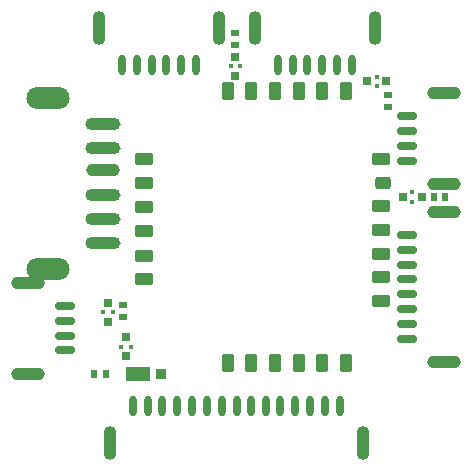
<source format=gbp>
G04 Layer_Color=128*
%FSLAX42Y42*%
%MOMM*%
G71*
G01*
G75*
%ADD47R,0.46X0.46*%
%ADD50R,0.46X0.46*%
G04:AMPARAMS|DCode=51|XSize=2.87mm|YSize=1.07mm|CornerRadius=0.53mm|HoleSize=0mm|Usage=FLASHONLY|Rotation=90.000|XOffset=0mm|YOffset=0mm|HoleType=Round|Shape=RoundedRectangle|*
%AMROUNDEDRECTD51*
21,1,2.87,0.00,0,0,90.0*
21,1,1.80,1.07,0,0,90.0*
1,1,1.07,0.00,0.90*
1,1,1.07,0.00,-0.90*
1,1,1.07,0.00,-0.90*
1,1,1.07,0.00,0.90*
%
%ADD51ROUNDEDRECTD51*%
G04:AMPARAMS|DCode=52|XSize=0.66mm|YSize=1.75mm|CornerRadius=0.33mm|HoleSize=0mm|Usage=FLASHONLY|Rotation=180.000|XOffset=0mm|YOffset=0mm|HoleType=Round|Shape=RoundedRectangle|*
%AMROUNDEDRECTD52*
21,1,0.66,1.09,0,0,180.0*
21,1,0.00,1.75,0,0,180.0*
1,1,0.66,0.00,0.55*
1,1,0.66,0.00,0.55*
1,1,0.66,0.00,-0.55*
1,1,0.66,0.00,-0.55*
%
%ADD52ROUNDEDRECTD52*%
%ADD53R,2.06X1.17*%
%ADD54R,0.86X0.86*%
%ADD55R,0.66X0.56*%
%ADD56R,0.66X0.66*%
G04:AMPARAMS|DCode=57|XSize=0.66mm|YSize=1.75mm|CornerRadius=0.33mm|HoleSize=0mm|Usage=FLASHONLY|Rotation=270.000|XOffset=0mm|YOffset=0mm|HoleType=Round|Shape=RoundedRectangle|*
%AMROUNDEDRECTD57*
21,1,0.66,1.09,0,0,270.0*
21,1,0.00,1.75,0,0,270.0*
1,1,0.66,-0.55,0.00*
1,1,0.66,-0.55,0.00*
1,1,0.66,0.55,0.00*
1,1,0.66,0.55,0.00*
%
%ADD57ROUNDEDRECTD57*%
G04:AMPARAMS|DCode=58|XSize=2.87mm|YSize=1.07mm|CornerRadius=0.53mm|HoleSize=0mm|Usage=FLASHONLY|Rotation=180.000|XOffset=0mm|YOffset=0mm|HoleType=Round|Shape=RoundedRectangle|*
%AMROUNDEDRECTD58*
21,1,2.87,0.00,0,0,180.0*
21,1,1.80,1.07,0,0,180.0*
1,1,1.07,-0.90,0.00*
1,1,1.07,0.90,0.00*
1,1,1.07,0.90,0.00*
1,1,1.07,-0.90,0.00*
%
%ADD58ROUNDEDRECTD58*%
G04:AMPARAMS|DCode=59|XSize=3.66mm|YSize=1.85mm|CornerRadius=0.93mm|HoleSize=0mm|Usage=FLASHONLY|Rotation=0.000|XOffset=0mm|YOffset=0mm|HoleType=Round|Shape=RoundedRectangle|*
%AMROUNDEDRECTD59*
21,1,3.66,0.00,0,0,0.0*
21,1,1.80,1.85,0,0,0.0*
1,1,1.85,0.90,0.00*
1,1,1.85,-0.90,0.00*
1,1,1.85,-0.90,0.00*
1,1,1.85,0.90,0.00*
%
%ADD59ROUNDEDRECTD59*%
G04:AMPARAMS|DCode=60|XSize=1.07mm|YSize=2.97mm|CornerRadius=0.53mm|HoleSize=0mm|Usage=FLASHONLY|Rotation=90.000|XOffset=0mm|YOffset=0mm|HoleType=Round|Shape=RoundedRectangle|*
%AMROUNDEDRECTD60*
21,1,1.07,1.91,0,0,90.0*
21,1,0.00,2.97,0,0,90.0*
1,1,1.07,0.95,0.00*
1,1,1.07,0.95,0.00*
1,1,1.07,-0.95,0.00*
1,1,1.07,-0.95,0.00*
%
%ADD60ROUNDEDRECTD60*%
G04:AMPARAMS|DCode=61|XSize=1.07mm|YSize=2.85mm|CornerRadius=0.53mm|HoleSize=0mm|Usage=FLASHONLY|Rotation=90.000|XOffset=0mm|YOffset=0mm|HoleType=Round|Shape=RoundedRectangle|*
%AMROUNDEDRECTD61*
21,1,1.07,1.78,0,0,90.0*
21,1,0.00,2.85,0,0,90.0*
1,1,1.07,0.89,0.00*
1,1,1.07,0.89,0.00*
1,1,1.07,-0.89,0.00*
1,1,1.07,-0.89,0.00*
%
%ADD61ROUNDEDRECTD61*%
G04:AMPARAMS|DCode=62|XSize=1.55mm|YSize=1.07mm|CornerRadius=0.28mm|HoleSize=0mm|Usage=FLASHONLY|Rotation=180.000|XOffset=0mm|YOffset=0mm|HoleType=Round|Shape=RoundedRectangle|*
%AMROUNDEDRECTD62*
21,1,1.55,0.51,0,0,180.0*
21,1,0.99,1.07,0,0,180.0*
1,1,0.56,-0.50,0.25*
1,1,0.56,0.50,0.25*
1,1,0.56,0.50,-0.25*
1,1,0.56,-0.50,-0.25*
%
%ADD62ROUNDEDRECTD62*%
G04:AMPARAMS|DCode=63|XSize=1.35mm|YSize=1.07mm|CornerRadius=0.28mm|HoleSize=0mm|Usage=FLASHONLY|Rotation=180.000|XOffset=0mm|YOffset=0mm|HoleType=Round|Shape=RoundedRectangle|*
%AMROUNDEDRECTD63*
21,1,1.35,0.51,0,0,180.0*
21,1,0.79,1.07,0,0,180.0*
1,1,0.56,-0.40,0.25*
1,1,0.56,0.40,0.25*
1,1,0.56,0.40,-0.25*
1,1,0.56,-0.40,-0.25*
%
%ADD63ROUNDEDRECTD63*%
G04:AMPARAMS|DCode=64|XSize=1.55mm|YSize=1.07mm|CornerRadius=0.28mm|HoleSize=0mm|Usage=FLASHONLY|Rotation=90.000|XOffset=0mm|YOffset=0mm|HoleType=Round|Shape=RoundedRectangle|*
%AMROUNDEDRECTD64*
21,1,1.55,0.51,0,0,90.0*
21,1,0.99,1.07,0,0,90.0*
1,1,0.56,0.25,0.50*
1,1,0.56,0.25,-0.50*
1,1,0.56,-0.25,-0.50*
1,1,0.56,-0.25,0.50*
%
%ADD64ROUNDEDRECTD64*%
%ADD65R,0.66X0.66*%
%ADD66R,0.56X0.66*%
D47*
X7379Y5700D02*
D03*
Y5780D02*
D03*
X7683Y4803D02*
D03*
Y4722D02*
D03*
D50*
X5145Y3785D02*
D03*
X5065D02*
D03*
X6226Y5867D02*
D03*
X6145D02*
D03*
X5297Y3492D02*
D03*
X5216D02*
D03*
D51*
X5121Y2680D02*
D03*
X7264D02*
D03*
X6045Y6195D02*
D03*
X5029D02*
D03*
X7365D02*
D03*
X6350D02*
D03*
D52*
X5316Y2995D02*
D03*
X5566D02*
D03*
X5691D02*
D03*
X5816D02*
D03*
X5942D02*
D03*
X6067D02*
D03*
X6194D02*
D03*
X5441D02*
D03*
X7068D02*
D03*
X6944D02*
D03*
X6817D02*
D03*
X6692D02*
D03*
X6566D02*
D03*
X6441D02*
D03*
X6316D02*
D03*
X5850Y5880D02*
D03*
X5725D02*
D03*
X5600D02*
D03*
X5474D02*
D03*
X5349D02*
D03*
X5222D02*
D03*
X7171D02*
D03*
X7046D02*
D03*
X6921D02*
D03*
X6794D02*
D03*
X6670D02*
D03*
X6543D02*
D03*
D53*
X5361Y3264D02*
D03*
D54*
X5552D02*
D03*
D55*
X7480Y5525D02*
D03*
Y5626D02*
D03*
X5232Y3747D02*
D03*
Y3848D02*
D03*
X6185Y6046D02*
D03*
Y6147D02*
D03*
D56*
X7460Y5740D02*
D03*
X7299D02*
D03*
X7604Y4762D02*
D03*
X7765D02*
D03*
D57*
X7635Y5070D02*
D03*
Y5195D02*
D03*
Y5321D02*
D03*
Y5446D02*
D03*
Y3563D02*
D03*
Y3688D02*
D03*
Y3813D02*
D03*
Y3938D02*
D03*
Y4064D02*
D03*
Y4188D02*
D03*
Y4315D02*
D03*
Y4440D02*
D03*
X4745Y3837D02*
D03*
Y3712D02*
D03*
Y3586D02*
D03*
Y3462D02*
D03*
D58*
X7950Y4875D02*
D03*
Y5641D02*
D03*
Y3368D02*
D03*
Y4635D02*
D03*
X4430Y4032D02*
D03*
Y3266D02*
D03*
D59*
X4601Y4155D02*
D03*
Y5597D02*
D03*
D60*
X5066Y4376D02*
D03*
Y4575D02*
D03*
Y4775D02*
D03*
Y5177D02*
D03*
Y5377D02*
D03*
D61*
Y4987D02*
D03*
D62*
X7413Y4684D02*
D03*
Y5084D02*
D03*
Y4483D02*
D03*
Y4282D02*
D03*
Y4082D02*
D03*
Y3884D02*
D03*
X5413Y4474D02*
D03*
Y4674D02*
D03*
Y4884D02*
D03*
Y5084D02*
D03*
Y4264D02*
D03*
Y4064D02*
D03*
D63*
X7430Y4884D02*
D03*
D64*
X7120Y5659D02*
D03*
X6920D02*
D03*
X6720D02*
D03*
X6520D02*
D03*
X6320D02*
D03*
X6119D02*
D03*
X7120Y3359D02*
D03*
X6920D02*
D03*
X6720D02*
D03*
X6520D02*
D03*
X6320D02*
D03*
X6119D02*
D03*
D65*
X5105Y3865D02*
D03*
Y3703D02*
D03*
X6185Y5949D02*
D03*
Y5787D02*
D03*
X5256Y3574D02*
D03*
Y3412D02*
D03*
D66*
X7862Y4762D02*
D03*
X7963D02*
D03*
X5092Y3264D02*
D03*
X4991D02*
D03*
M02*

</source>
